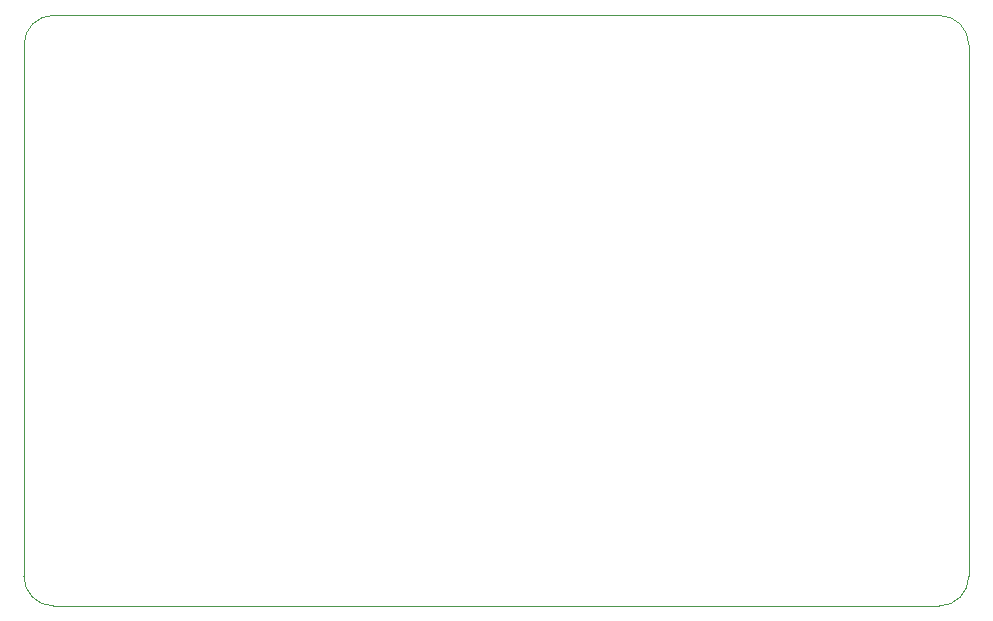
<source format=gbr>
G04 #@! TF.GenerationSoftware,KiCad,Pcbnew,5.1.2*
G04 #@! TF.CreationDate,2019-07-04T05:17:55+02:00*
G04 #@! TF.ProjectId,eside_rev17,65736964-655f-4726-9576-31372e6b6963,rev?*
G04 #@! TF.SameCoordinates,Original*
G04 #@! TF.FileFunction,Profile,NP*
%FSLAX46Y46*%
G04 Gerber Fmt 4.6, Leading zero omitted, Abs format (unit mm)*
G04 Created by KiCad (PCBNEW 5.1.2) date 2019-07-04 05:17:55*
%MOMM*%
%LPD*%
G04 APERTURE LIST*
%ADD10C,0.050000*%
G04 APERTURE END LIST*
D10*
X42500000Y-80000000D02*
G75*
G02X40000000Y-77500000I0J2500000D01*
G01*
X120000000Y-77500000D02*
G75*
G02X117500000Y-80000000I-2500000J0D01*
G01*
X117500000Y-30000000D02*
G75*
G02X120000000Y-32500000I0J-2500000D01*
G01*
X40000000Y-32500000D02*
G75*
G02X42500000Y-30000000I2500000J0D01*
G01*
X40000000Y-77500000D02*
X40000000Y-32500000D01*
X117500000Y-80000000D02*
X42500000Y-80000000D01*
X120000000Y-32500000D02*
X120000000Y-77500000D01*
X42500000Y-30000000D02*
X117500000Y-30000000D01*
M02*

</source>
